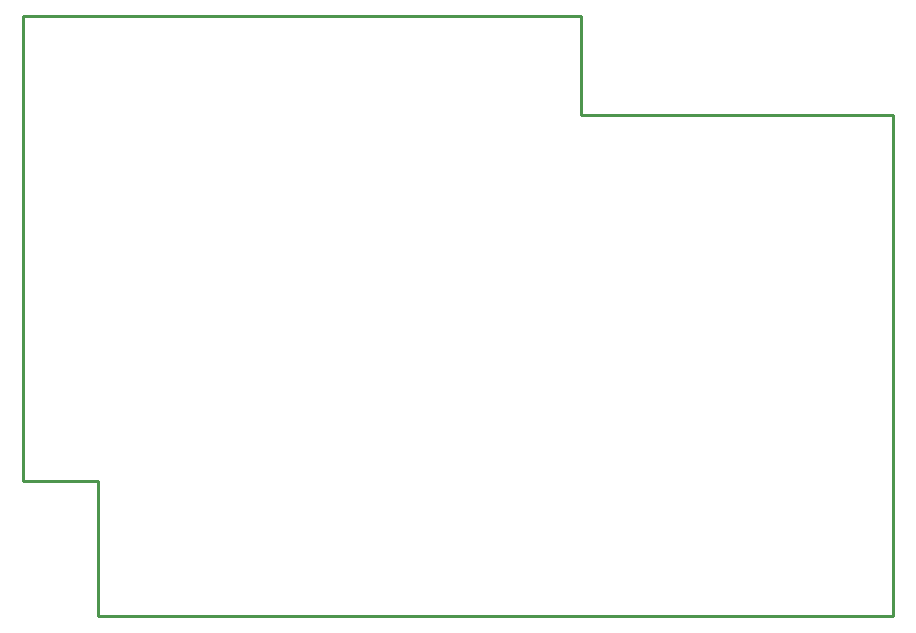
<source format=gbr>
G04 EAGLE Gerber RS-274X export*
G75*
%MOMM*%
%FSLAX34Y34*%
%LPD*%
%IN*%
%IPPOS*%
%AMOC8*
5,1,8,0,0,1.08239X$1,22.5*%
G01*
%ADD10C,0.254000*%


D10*
X0Y114300D02*
X63500Y114300D01*
X63500Y0D01*
X736600Y0D01*
X736600Y424180D01*
X472440Y424180D01*
X472440Y508000D01*
X0Y508000D01*
X0Y114300D01*
M02*

</source>
